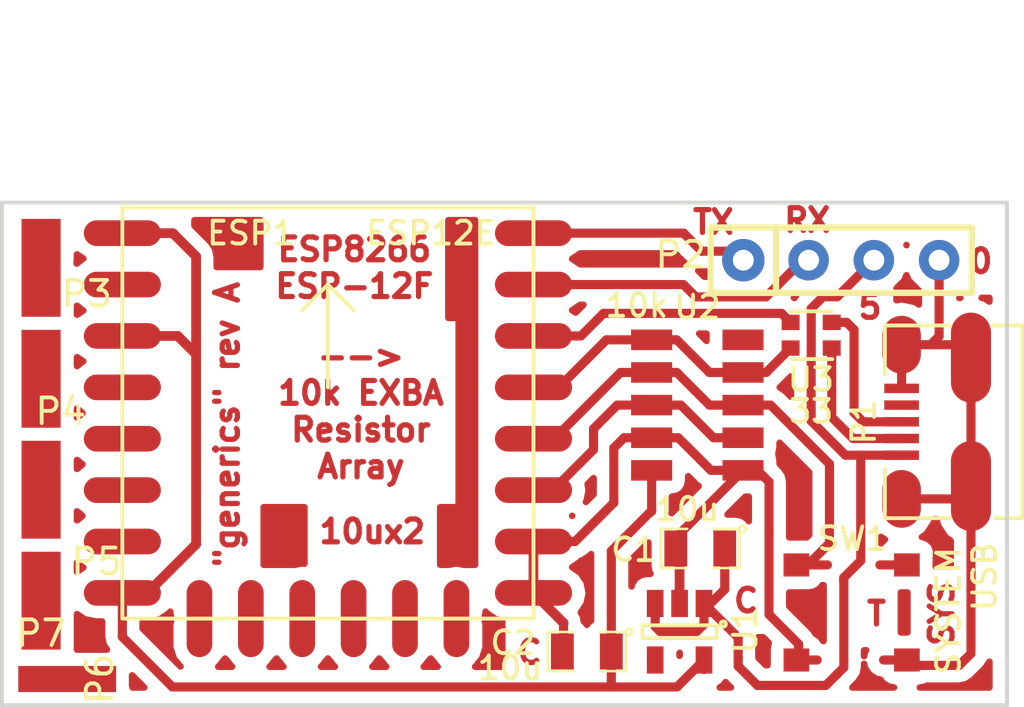
<source format=kicad_pcb>
(kicad_pcb (version 4) (host pcbnew 4.0.4+e1-6308~48~ubuntu16.04.1-stable)

  (general
    (links 36)
    (no_connects 1)
    (area 61.900999 41.072999 101.167001 60.781001)
    (thickness 1.6)
    (drawings 16)
    (tracks 148)
    (zones 0)
    (modules 14)
    (nets 12)
  )

  (page User 139.7 139.7)
  (title_block
    (title esp12f-generics)
    (date 2016-09-03)
    (rev A)
  )

  (layers
    (0 F.Cu signal)
    (31 B.Cu signal)
    (32 B.Adhes user)
    (33 F.Adhes user)
    (34 B.Paste user)
    (35 F.Paste user)
    (36 B.SilkS user)
    (37 F.SilkS user)
    (38 B.Mask user)
    (39 F.Mask user)
    (40 Dwgs.User user)
    (41 Cmts.User user)
    (42 Eco1.User user)
    (43 Eco2.User user)
    (44 Edge.Cuts user)
  )

  (setup
    (last_trace_width 0.3556)
    (trace_clearance 0.254)
    (zone_clearance 0.4826)
    (zone_45_only yes)
    (trace_min 0.254)
    (segment_width 0.2)
    (edge_width 0.15)
    (via_size 0.889)
    (via_drill 0.635)
    (via_min_size 0.889)
    (via_min_drill 0.508)
    (uvia_size 0.508)
    (uvia_drill 0.127)
    (uvias_allowed no)
    (uvia_min_size 0.508)
    (uvia_min_drill 0.127)
    (pcb_text_width 0.2032)
    (pcb_text_size 0.889 0.889)
    (mod_edge_width 0.15)
    (mod_text_size 0.889 0.889)
    (mod_text_width 0.15)
    (pad_size 0.3683 1.35)
    (pad_drill 0)
    (pad_to_mask_clearance 0.2)
    (aux_axis_origin 0 0)
    (visible_elements FFFFFFBF)
    (pcbplotparams
      (layerselection 0x00000_00000001)
      (usegerberextensions false)
      (excludeedgelayer false)
      (linewidth 0.100000)
      (plotframeref false)
      (viasonmask false)
      (mode 1)
      (useauxorigin false)
      (hpglpennumber 1)
      (hpglpenspeed 20)
      (hpglpendiameter 15)
      (hpglpenoverlay 2)
      (psnegative false)
      (psa4output false)
      (plotreference true)
      (plotvalue true)
      (plotinvisibletext false)
      (padsonsilk false)
      (subtractmaskfromsilk false)
      (outputformat 2)
      (mirror false)
      (drillshape 1)
      (scaleselection 1)
      (outputdirectory esp12f-generics))
  )

  (net 0 "")
  (net 1 +3.3V)
  (net 2 +5V)
  (net 3 GND)
  (net 4 G2)
  (net 5 G0)
  (net 6 D-)
  (net 7 D+)
  (net 8 "Net-(P1-Pad2)")
  (net 9 "Net-(P1-Pad3)")
  (net 10 RX)
  (net 11 TX)

  (net_class Default "This is the default net class."
    (clearance 0.254)
    (trace_width 0.3556)
    (via_dia 0.889)
    (via_drill 0.635)
    (uvia_dia 0.508)
    (uvia_drill 0.127)
    (add_net +3.3V)
    (add_net +5V)
    (add_net D+)
    (add_net D-)
    (add_net G0)
    (add_net G2)
    (add_net GND)
    (add_net "Net-(P1-Pad2)")
    (add_net "Net-(P1-Pad3)")
    (add_net RX)
    (add_net TX)
  )

  (module SM0805 (layer F.Cu) (tedit 57CB253B) (tstamp 56194CC7)
    (at 89.154 54.61 180)
    (path /56194F36)
    (attr smd)
    (fp_text reference C1 (at 2.5908 -0.0508 180) (layer F.SilkS)
      (effects (font (size 0.889 0.889) (thickness 0.15)))
    )
    (fp_text value 10u (at 0.508 1.524 360) (layer F.SilkS)
      (effects (font (size 0.889 0.889) (thickness 0.15)))
    )
    (fp_circle (center -1.651 0.762) (end -1.651 0.635) (layer F.SilkS) (width 0.09906))
    (fp_line (start -0.508 0.762) (end -1.524 0.762) (layer F.SilkS) (width 0.09906))
    (fp_line (start -1.524 0.762) (end -1.524 -0.762) (layer F.SilkS) (width 0.09906))
    (fp_line (start -1.524 -0.762) (end -0.508 -0.762) (layer F.SilkS) (width 0.09906))
    (fp_line (start 0.508 -0.762) (end 1.524 -0.762) (layer F.SilkS) (width 0.09906))
    (fp_line (start 1.524 -0.762) (end 1.524 0.762) (layer F.SilkS) (width 0.09906))
    (fp_line (start 1.524 0.762) (end 0.508 0.762) (layer F.SilkS) (width 0.09906))
    (pad 1 smd rect (at -0.9525 0 180) (size 0.889 1.397) (layers F.Cu F.Paste F.Mask)
      (net 2 +5V))
    (pad 2 smd rect (at 0.9525 0 180) (size 0.889 1.397) (layers F.Cu F.Paste F.Mask)
      (net 3 GND))
    (model smd/chip_cms.wrl
      (at (xyz 0 0 0))
      (scale (xyz 0.1 0.1 0.1))
      (rotate (xyz 0 0 0))
    )
  )

  (module SM0805 (layer F.Cu) (tedit 57CB1B2B) (tstamp 56194CD4)
    (at 84.74 58.62 180)
    (path /57CB2A6B)
    (attr smd)
    (fp_text reference C2 (at 2.88 0.34 180) (layer F.SilkS)
      (effects (font (size 0.889 0.889) (thickness 0.15)))
    )
    (fp_text value 10u (at 2.99 -0.64 180) (layer F.SilkS)
      (effects (font (size 0.889 0.889) (thickness 0.15)))
    )
    (fp_circle (center -1.651 0.762) (end -1.651 0.635) (layer F.SilkS) (width 0.09906))
    (fp_line (start -0.508 0.762) (end -1.524 0.762) (layer F.SilkS) (width 0.09906))
    (fp_line (start -1.524 0.762) (end -1.524 -0.762) (layer F.SilkS) (width 0.09906))
    (fp_line (start -1.524 -0.762) (end -0.508 -0.762) (layer F.SilkS) (width 0.09906))
    (fp_line (start 0.508 -0.762) (end 1.524 -0.762) (layer F.SilkS) (width 0.09906))
    (fp_line (start 1.524 -0.762) (end 1.524 0.762) (layer F.SilkS) (width 0.09906))
    (fp_line (start 1.524 0.762) (end 0.508 0.762) (layer F.SilkS) (width 0.09906))
    (pad 1 smd rect (at -0.9525 0 180) (size 0.889 1.397) (layers F.Cu F.Paste F.Mask)
      (net 1 +3.3V))
    (pad 2 smd rect (at 0.9525 0 180) (size 0.889 1.397) (layers F.Cu F.Paste F.Mask)
      (net 3 GND))
    (model smd/chip_cms.wrl
      (at (xyz 0 0 0))
      (scale (xyz 0.1 0.1 0.1))
      (rotate (xyz 0 0 0))
    )
  )

  (module EXB-A (layer F.Cu) (tedit 57CB1B81) (tstamp 56197883)
    (at 89.04 49.03)
    (path /56194CEA)
    (fp_text reference U2 (at 0 -3.81) (layer F.SilkS)
      (effects (font (size 0.889 0.889) (thickness 0.15)))
    )
    (fp_text value 10k (at -2.36 -3.88) (layer F.SilkS)
      (effects (font (size 0.889 0.889) (thickness 0.15)))
    )
    (pad 1 smd rect (at -1.778 -2.54 90) (size 0.8001 1.6002) (layers F.Cu F.Paste F.Mask)
      (net 6 D-))
    (pad 2 smd rect (at -1.778 -1.27 90) (size 0.8001 1.6002) (layers F.Cu F.Paste F.Mask)
      (net 5 G0))
    (pad 3 smd rect (at -1.778 0 90) (size 0.8001 1.6002) (layers F.Cu F.Paste F.Mask)
      (net 4 G2))
    (pad 4 smd rect (at -1.778 1.27 90) (size 0.8001 1.6002) (layers F.Cu F.Paste F.Mask)
      (net 3 GND))
    (pad 5 smd rect (at -1.778 2.54 90) (size 0.8001 1.6002) (layers F.Cu F.Paste F.Mask)
      (net 1 +3.3V))
    (pad 6 smd rect (at 1.778 2.54 90) (size 0.8001 1.6002) (layers F.Cu F.Paste F.Mask)
      (net 3 GND))
    (pad 7 smd rect (at 1.778 1.27 90) (size 0.8001 1.6002) (layers F.Cu F.Paste F.Mask)
      (net 4 G2))
    (pad 8 smd rect (at 1.778 0 90) (size 0.8001 1.6002) (layers F.Cu F.Paste F.Mask)
      (net 5 G0))
    (pad 9 smd rect (at 1.778 -1.27 90) (size 0.8001 1.6002) (layers F.Cu F.Paste F.Mask)
      (net 6 D-))
    (pad 10 smd rect (at 1.778 -2.54 90) (size 0.8001 1.6002) (layers F.Cu F.Paste F.Mask))
  )

  (module ESP12E (layer F.Cu) (tedit 560D9068) (tstamp 56194D17)
    (at 74.6633 45.339)
    (path /5619493D)
    (fp_text reference ESP1 (at -3 -3) (layer F.SilkS)
      (effects (font (size 0.889 0.889) (thickness 0.15)))
    )
    (fp_text value ESP12E (at 4 -3) (layer F.SilkS)
      (effects (font (size 0.889 0.889) (thickness 0.15)))
    )
    (fp_line (start 0 -1) (end -1 0) (layer F.SilkS) (width 0.15))
    (fp_line (start 0 -1) (end 1 0) (layer F.SilkS) (width 0.15))
    (fp_line (start 0 -1) (end 0 3) (layer F.SilkS) (width 0.15))
    (fp_line (start -8 12) (end -8 -4) (layer F.SilkS) (width 0.15))
    (fp_line (start -8 -4) (end 8 -4) (layer F.SilkS) (width 0.15))
    (fp_line (start 8 -4) (end 8 12) (layer F.SilkS) (width 0.15))
    (fp_line (start 8 -12) (end -8 -12) (layer Dwgs.User) (width 0.15))
    (fp_line (start -8 -12) (end -8 12) (layer Dwgs.User) (width 0.15))
    (fp_line (start -8 12) (end 8 12) (layer F.SilkS) (width 0.15))
    (fp_line (start 8 12) (end 8 -12) (layer Dwgs.User) (width 0.15))
    (pad 1 smd oval (at -8 -3) (size 3 1) (layers F.Cu F.Paste F.Mask)
      (net 1 +3.3V))
    (pad 2 smd oval (at -8 -1) (size 3 1) (layers F.Cu F.Paste F.Mask))
    (pad 3 smd oval (at -8 1) (size 3 1) (layers F.Cu F.Paste F.Mask)
      (net 1 +3.3V))
    (pad 4 smd oval (at -8 3) (size 3 1) (layers F.Cu F.Paste F.Mask))
    (pad 5 smd oval (at -8 5) (size 3 1) (layers F.Cu F.Paste F.Mask))
    (pad 6 smd oval (at -8 7) (size 3 1) (layers F.Cu F.Paste F.Mask))
    (pad 7 smd oval (at -8 9) (size 3 1) (layers F.Cu F.Paste F.Mask))
    (pad 8 smd oval (at -8 11) (size 3 1) (layers F.Cu F.Paste F.Mask)
      (net 1 +3.3V))
    (pad 9 smd oval (at -5 12 90) (size 3 1) (layers F.Cu F.Paste F.Mask))
    (pad 10 smd oval (at -3 12 90) (size 3 1) (layers F.Cu F.Paste F.Mask))
    (pad 11 smd oval (at -1 12 90) (size 3 1) (layers F.Cu F.Paste F.Mask))
    (pad 12 smd oval (at 1 12 90) (size 3 1) (layers F.Cu F.Paste F.Mask))
    (pad 13 smd oval (at 3 12 90) (size 3 1) (layers F.Cu F.Paste F.Mask))
    (pad 14 smd oval (at 5 12 90) (size 3 1) (layers F.Cu F.Paste F.Mask))
    (pad 15 smd oval (at 8 11 180) (size 3 1) (layers F.Cu F.Paste F.Mask)
      (net 3 GND))
    (pad 16 smd oval (at 8 9 180) (size 3 1) (layers F.Cu F.Paste F.Mask)
      (net 3 GND))
    (pad 17 smd oval (at 8 7 180) (size 3 1) (layers F.Cu F.Paste F.Mask)
      (net 4 G2))
    (pad 18 smd oval (at 8 5 180) (size 3 1) (layers F.Cu F.Paste F.Mask)
      (net 5 G0))
    (pad 19 smd oval (at 8 3 180) (size 3 1) (layers F.Cu F.Paste F.Mask)
      (net 6 D-))
    (pad 20 smd oval (at 8 1 180) (size 3 1) (layers F.Cu F.Paste F.Mask)
      (net 7 D+))
    (pad 21 smd oval (at 8 -1 180) (size 3 1) (layers F.Cu F.Paste F.Mask)
      (net 10 RX))
    (pad 22 smd oval (at 8 -3 180) (size 3 1) (layers F.Cu F.Paste F.Mask)
      (net 11 TX))
  )

  (module TACTILE (layer F.Cu) (tedit 57CB2305) (tstamp 57D3F7B1)
    (at 94.996 57.15)
    (path /57CB0FEA)
    (fp_text reference SW1 (at 0.08236 -2.91988) (layer F.SilkS)
      (effects (font (size 0.889 0.889) (thickness 0.15)))
    )
    (fp_text value SYSTEM (at 3.82 -0.11 90) (layer F.SilkS)
      (effects (font (size 0.889 0.889) (thickness 0.15)))
    )
    (pad 1 smd rect (at -2.1 -1.9) (size 1 0.9) (layers F.Cu F.Paste F.Mask)
      (net 5 G0))
    (pad 2 smd rect (at 2.2 -1.9) (size 1 0.9) (layers F.Cu F.Paste F.Mask))
    (pad 3 smd rect (at -2.1 1.8) (size 1 0.9) (layers F.Cu F.Paste F.Mask)
      (net 3 GND))
    (pad 4 smd rect (at 2.2 1.8) (size 1 0.9) (layers F.Cu F.Paste F.Mask)
      (net 3 GND))
  )

  (module USBMicroB-10118192-0001LF (layer F.Cu) (tedit 57CB295B) (tstamp 57D3F866)
    (at 99.69 49.68 90)
    (path /57CB1370)
    (fp_text reference P1 (at -0.00254 -4.17322 90) (layer F.SilkS)
      (effects (font (size 0.889 0.889) (thickness 0.15)))
    )
    (fp_text value USB (at -6.03 0.53 270) (layer F.SilkS)
      (effects (font (size 0.889 0.889) (thickness 0.15)))
    )
    (fp_line (start 1.85 -3.35) (end 3.75 -3.35) (layer F.SilkS) (width 0.15))
    (fp_line (start 3.75 -3.35) (end 3.75 -0.8) (layer F.SilkS) (width 0.15))
    (fp_line (start -3.75 -0.8) (end -3.75 -3.35) (layer F.SilkS) (width 0.15))
    (fp_line (start -3.75 -3.35) (end -1.85 -3.35) (layer F.SilkS) (width 0.15))
    (fp_line (start 3.75 2) (end 3.75 0.85) (layer F.SilkS) (width 0.15))
    (fp_line (start -3.75 2) (end -3.75 0.95) (layer F.SilkS) (width 0.15))
    (fp_line (start -2.35 2) (end -3.75 2) (layer F.SilkS) (width 0.15))
    (fp_line (start 2.35 2) (end 3.75 2) (layer F.SilkS) (width 0.15))
    (fp_line (start -2.35 2) (end 2.35 2) (layer F.SilkS) (width 0.15))
    (pad 1 smd rect (at -1.3 -2.7 90) (size 0.3683 1.35) (layers F.Cu F.Paste F.Mask)
      (net 2 +5V))
    (pad 2 smd rect (at -0.65 -2.7 90) (size 0.3683 1.35) (layers F.Cu F.Paste F.Mask)
      (net 8 "Net-(P1-Pad2)"))
    (pad 3 smd rect (at 0 -2.7 90) (size 0.3683 1.35) (layers F.Cu F.Paste F.Mask)
      (net 9 "Net-(P1-Pad3)"))
    (pad 4 smd rect (at 0.65 -2.7 90) (size 0.3683 1.35) (layers F.Cu F.Paste F.Mask))
    (pad 5 smd rect (at 1.3 -2.7 90) (size 0.3683 1.35) (layers F.Cu F.Paste F.Mask)
      (net 3 GND))
    (pad 6 smd oval (at 2.5 0 90) (size 3.5 1.56) (layers F.Cu F.Paste F.Mask)
      (net 3 GND))
    (pad 7 smd oval (at -2.5 0 90) (size 3.5 1.56) (layers F.Cu F.Paste F.Mask)
      (net 3 GND))
    (pad 8 smd oval (at 3 -2.7 90) (size 2.25 1.5) (layers F.Cu F.Paste F.Mask)
      (net 3 GND))
    (pad 9 smd oval (at -3 -2.7 90) (size 2.25 1.5) (layers F.Cu F.Paste F.Mask)
      (net 3 GND))
  )

  (module NETWORK0606 (layer F.Cu) (tedit 57CB252C) (tstamp 57D3F870)
    (at 93.47 46.31)
    (path /57CB1B5E)
    (fp_text reference U3 (at -0.01 1.73) (layer F.SilkS)
      (effects (font (size 0.889 0.889) (thickness 0.15)))
    )
    (fp_text value 33 (at 0.002 2.966 180) (layer F.SilkS)
      (effects (font (size 0.889 0.889) (thickness 0.15)))
    )
    (fp_line (start 0.8 -0.93) (end -0.8 -0.93) (layer F.SilkS) (width 0.15))
    (fp_line (start -0.78 0.93) (end 0.82 0.93) (layer F.SilkS) (width 0.15))
    (pad 1 smd rect (at -0.8 -0.5) (size 0.7 0.6) (layers F.Cu F.Paste F.Mask)
      (net 7 D+))
    (pad 2 smd rect (at 0.8 -0.5) (size 0.7 0.6) (layers F.Cu F.Paste F.Mask)
      (net 9 "Net-(P1-Pad3)"))
    (pad 3 smd rect (at -0.8 0.5) (size 0.7 0.6) (layers F.Cu F.Paste F.Mask)
      (net 6 D-))
    (pad 4 smd rect (at 0.8 0.5) (size 0.7 0.6) (layers F.Cu F.Paste F.Mask)
      (net 8 "Net-(P1-Pad2)"))
  )

  (module SOT-23-5 (layer F.Cu) (tedit 57CB1B1A) (tstamp 57D6DB8E)
    (at 88.35 57.85 270)
    (descr "5-pin SOT23 package")
    (tags SOT-23-5)
    (path /57CB1F9F)
    (attr smd)
    (fp_text reference U1 (at -0.05 -2.55 270) (layer F.SilkS)
      (effects (font (size 0.889 0.889) (thickness 0.15)))
    )
    (fp_text value MCP1824v3.3 (at -4.51 3.52 270) (layer F.Fab)
      (effects (font (size 0.889 0.889) (thickness 0.15)))
    )
    (fp_line (start -1.8 -1.6) (end 1.8 -1.6) (layer F.CrtYd) (width 0.05))
    (fp_line (start 1.8 -1.6) (end 1.8 1.6) (layer F.CrtYd) (width 0.05))
    (fp_line (start 1.8 1.6) (end -1.8 1.6) (layer F.CrtYd) (width 0.05))
    (fp_line (start -1.8 1.6) (end -1.8 -1.6) (layer F.CrtYd) (width 0.05))
    (fp_circle (center -0.3 -1.7) (end -0.2 -1.7) (layer F.SilkS) (width 0.15))
    (fp_line (start 0.25 -1.45) (end -0.25 -1.45) (layer F.SilkS) (width 0.15))
    (fp_line (start 0.25 1.45) (end 0.25 -1.45) (layer F.SilkS) (width 0.15))
    (fp_line (start -0.25 1.45) (end 0.25 1.45) (layer F.SilkS) (width 0.15))
    (fp_line (start -0.25 -1.45) (end -0.25 1.45) (layer F.SilkS) (width 0.15))
    (pad 1 smd rect (at -1.1 -0.95 270) (size 1.06 0.65) (layers F.Cu F.Paste F.Mask)
      (net 2 +5V))
    (pad 2 smd rect (at -1.1 0 270) (size 1.06 0.65) (layers F.Cu F.Paste F.Mask)
      (net 3 GND))
    (pad 3 smd rect (at -1.1 0.95 270) (size 1.06 0.65) (layers F.Cu F.Paste F.Mask)
      (net 2 +5V))
    (pad 4 smd rect (at 1.1 0.95 270) (size 1.06 0.65) (layers F.Cu F.Paste F.Mask))
    (pad 5 smd rect (at 1.1 -0.95 270) (size 1.06 0.65) (layers F.Cu F.Paste F.Mask)
      (net 1 +3.3V))
    (model TO_SOT_Packages_SMD.3dshapes/SOT-23-5.wrl
      (at (xyz 0 0 0))
      (scale (xyz 1 1 1))
      (rotate (xyz 0 0 0))
    )
  )

  (module SIL-4 (layer F.Cu) (tedit 57CB98AC) (tstamp 57E19BE4)
    (at 94.64 43.39)
    (path /57CB39A5)
    (fp_text reference P2 (at -6.248 -0.21 180) (layer F.SilkS)
      (effects (font (size 1 1) (thickness 0.15)))
    )
    (fp_text value PGM (at 2.34736 -3.04972) (layer F.Fab)
      (effects (font (size 1 1) (thickness 0.15)))
    )
    (fp_line (start -2.54 -1.27) (end -2.54 1.27) (layer F.SilkS) (width 0.25))
    (fp_line (start -5.08 -1.27) (end -5.08 1.27) (layer F.SilkS) (width 0.25))
    (fp_line (start -5.08 1.27) (end 5.08 1.27) (layer F.SilkS) (width 0.25))
    (fp_line (start 5.08 1.27) (end 5.08 -1.27) (layer F.SilkS) (width 0.25))
    (fp_line (start 5.08 -1.27) (end -5.08 -1.27) (layer F.SilkS) (width 0.25))
    (pad 1 thru_hole circle (at -3.81 0) (size 1.651 1.651) (drill 0.8128) (layers *.Cu *.Mask)
      (net 11 TX))
    (pad 2 thru_hole circle (at -1.27 0) (size 1.5748 1.5748) (drill 0.8128) (layers *.Cu *.Mask)
      (net 10 RX))
    (pad 3 thru_hole circle (at 1.27 0) (size 1.5748 1.5748) (drill 0.8128) (layers *.Cu *.Mask)
      (net 2 +5V))
    (pad 4 thru_hole circle (at 3.81 0) (size 1.5748 1.5748) (drill 0.8128) (layers *.Cu *.Mask)
      (net 3 GND))
  )

  (module SMTPIN (layer F.Cu) (tedit 57CB27D1) (tstamp 57E47E9D)
    (at 63.5 43.688)
    (path /57CB3A41)
    (fp_text reference P3 (at 1.778 1.016) (layer F.SilkS)
      (effects (font (size 1 1) (thickness 0.15)))
    )
    (fp_text value DUMMY (at -3.048 -3.556 90) (layer F.Fab)
      (effects (font (size 1 1) (thickness 0.15)))
    )
    (pad 1 smd rect (at 0 0) (size 1.524 3.81) (layers F.Cu F.Paste F.Mask))
  )

  (module SMTPIN (layer F.Cu) (tedit 57CB27CE) (tstamp 57E47EA2)
    (at 63.5 48.006)
    (path /57CB3B01)
    (fp_text reference P4 (at 0.762 1.27) (layer F.SilkS)
      (effects (font (size 1 1) (thickness 0.15)))
    )
    (fp_text value DUMMY (at -3.048 -2.794 90) (layer F.Fab)
      (effects (font (size 1 1) (thickness 0.15)))
    )
    (pad 1 smd rect (at 0 0) (size 1.524 3.81) (layers F.Cu F.Paste F.Mask))
  )

  (module SMTPIN (layer F.Cu) (tedit 57CB27CB) (tstamp 57E47EA7)
    (at 63.5 52.324)
    (path /57CB3B36)
    (fp_text reference P5 (at 2.159 2.794) (layer F.SilkS)
      (effects (font (size 1 1) (thickness 0.15)))
    )
    (fp_text value DUMMY (at -2.54 -2.032 90) (layer F.Fab)
      (effects (font (size 1 1) (thickness 0.15)))
    )
    (pad 1 smd rect (at 0 0) (size 1.524 3.81) (layers F.Cu F.Paste F.Mask))
  )

  (module SMTPIN (layer F.Cu) (tedit 57CB27D6) (tstamp 57E4802B)
    (at 64.516 59.69 90)
    (path /57CB46CB)
    (fp_text reference P6 (at 0 1.27 90) (layer F.SilkS)
      (effects (font (size 1 1) (thickness 0.15)))
    )
    (fp_text value DUMMY (at -2.286 -0.254 180) (layer F.Fab)
      (effects (font (size 1 1) (thickness 0.15)))
    )
    (pad 1 smd rect (at 0 0 90) (size 1.016 3.81) (layers F.Cu F.Paste F.Mask))
  )

  (module SMTPIN (layer F.Cu) (tedit 57CB27C8) (tstamp 57E48030)
    (at 63.5 56.642)
    (path /57CB4717)
    (fp_text reference P7 (at 0 1.27) (layer F.SilkS)
      (effects (font (size 1 1) (thickness 0.15)))
    )
    (fp_text value DUMMY (at -2.54 -1.016 90) (layer F.Fab)
      (effects (font (size 1 1) (thickness 0.15)))
    )
    (pad 1 smd rect (at 0 0) (size 1.524 3.81) (layers F.Cu F.Paste F.Mask))
  )

  (gr_line (start 101.092 41.148) (end 101.092 60.706) (angle 90) (layer Edge.Cuts) (width 0.15))
  (gr_line (start 61.976 60.706) (end 61.976 41.148) (angle 90) (layer Edge.Cuts) (width 0.15))
  (gr_text T (at 96.012 57.15) (layer F.Cu)
    (effects (font (size 0.889 0.889) (thickness 0.2032)))
  )
  (gr_text C (at 82.50682 58.64606) (layer F.Cu)
    (effects (font (size 0.889 0.889) (thickness 0.2032)))
  )
  (gr_text C (at 90.932 56.642) (layer F.Cu)
    (effects (font (size 0.889 0.889) (thickness 0.2032)))
  )
  (gr_text SYS (at 98.552 57.15 90) (layer F.Cu)
    (effects (font (size 0.889 0.889) (thickness 0.2032)))
  )
  (gr_text TX (at 89.662 41.91) (layer F.Cu)
    (effects (font (size 0.889 0.889) (thickness 0.2032)))
  )
  (gr_text 5 (at 95.758 45.212) (layer F.Cu)
    (effects (font (size 0.889 0.889) (thickness 0.2032)))
  )
  (gr_text RX (at 93.31452 41.8338) (layer F.Cu)
    (effects (font (size 0.889 0.889) (thickness 0.2032)))
  )
  (gr_text 0 (at 100.076 43.434) (layer F.Cu)
    (effects (font (size 0.889 0.889) (thickness 0.2032)))
  )
  (gr_line (start 101.092 60.706) (end 61.976 60.706) (angle 90) (layer Edge.Cuts) (width 0.15))
  (gr_line (start 61.976 41.148) (end 101.092 41.148) (angle 90) (layer Edge.Cuts) (width 0.15))
  (gr_text "\"generics\" rev A" (at 70.74 49.79 90) (layer F.Cu)
    (effects (font (size 0.889 0.889) (thickness 0.2032)))
  )
  (gr_text 10ux2 (at 76.39 53.95) (layer F.Cu)
    (effects (font (size 0.889 0.889) (thickness 0.2032)))
  )
  (gr_text "-->\n10k EXBA\nResistor\nArray" (at 75.946 49.276) (layer F.Cu)
    (effects (font (size 0.889 0.889) (thickness 0.2032)))
  )
  (gr_text "ESP8266\nESP-12F" (at 75.692 43.688) (layer F.Cu)
    (effects (font (size 0.889 0.889) (thickness 0.2032)))
  )

  (segment (start 97.196 55.25) (end 96.144 55.25) (width 0.3556) (layer F.Cu) (net 0))
  (segment (start 85.6925 58.62) (end 85.6925 60) (width 0.3556) (layer F.Cu) (net 1))
  (segment (start 85.7 59.9) (end 85.7 60) (width 0.3556) (layer F.Cu) (net 1) (tstamp 57D6DD53))
  (segment (start 85.7 59.9925) (end 85.7 59.9) (width 0.3556) (layer F.Cu) (net 1) (tstamp 57D6DD52))
  (segment (start 85.6925 60) (end 85.7 59.9925) (width 0.3556) (layer F.Cu) (net 1) (tstamp 57D6DD51))
  (segment (start 89.3 58.95) (end 88.25 60) (width 0.3556) (layer F.Cu) (net 1))
  (segment (start 88.25 60) (end 85.7 60) (width 0.3556) (layer F.Cu) (net 1) (tstamp 57D6DD4A))
  (segment (start 66.6633 58.0533) (end 66.6633 56.339) (width 0.3556) (layer F.Cu) (net 1) (tstamp 57D6DD4D))
  (segment (start 85.7 60) (end 68.61 60) (width 0.3556) (layer F.Cu) (net 1) (tstamp 57D6DD54))
  (segment (start 68.61 60) (end 66.6633 58.0533) (width 0.3556) (layer F.Cu) (net 1) (tstamp 57D6DD4B))
  (segment (start 85.6925 58.62) (end 85.6925 54.7075) (width 0.3556) (layer F.Cu) (net 1))
  (segment (start 85.6925 54.7075) (end 87.262 53.138) (width 0.3556) (layer F.Cu) (net 1) (tstamp 57D6DD42))
  (segment (start 87.262 51.57) (end 87.262 53.138) (width 0.3556) (layer F.Cu) (net 1))
  (segment (start 87.262 53.138) (end 87.262 53.168) (width 0.3556) (layer F.Cu) (net 1) (tstamp 57D6DD46))
  (segment (start 89.3 58.95) (end 89.3 59.32) (width 0.3556) (layer F.Cu) (net 1))
  (segment (start 66.6633 42.339) (end 68.628 42.339) (width 0.381) (layer F.Cu) (net 1))
  (segment (start 69.5325 43.2435) (end 69.5325 47.0535) (width 0.381) (layer F.Cu) (net 1) (tstamp 56197853))
  (segment (start 68.628 42.339) (end 69.5325 43.2435) (width 0.381) (layer F.Cu) (net 1) (tstamp 56197852))
  (segment (start 66.6633 56.339) (end 67.6384 56.339) (width 0.381) (layer F.Cu) (net 1))
  (segment (start 68.818 46.339) (end 66.6633 46.339) (width 0.381) (layer F.Cu) (net 1) (tstamp 5619784F))
  (segment (start 69.5325 47.0535) (end 68.818 46.339) (width 0.381) (layer F.Cu) (net 1) (tstamp 5619784E))
  (segment (start 69.5325 54.4449) (end 69.5325 47.0535) (width 0.381) (layer F.Cu) (net 1) (tstamp 5619784C))
  (segment (start 67.6384 56.339) (end 69.5325 54.4449) (width 0.381) (layer F.Cu) (net 1) (tstamp 5619784B))
  (segment (start 93.47 47.5) (end 93.472 47.498) (width 0.3556) (layer F.Cu) (net 2))
  (segment (start 94.80262 50.98) (end 93.47 49.64738) (width 0.3556) (layer F.Cu) (net 2) (tstamp 57E47F08))
  (segment (start 93.47 49.64738) (end 93.47 47.5) (width 0.3556) (layer F.Cu) (net 2) (tstamp 57E47F09))
  (segment (start 95.4 50.98) (end 94.80262 50.98) (width 0.3556) (layer F.Cu) (net 2))
  (segment (start 94.85 44.45) (end 95.91 43.39) (width 0.3556) (layer F.Cu) (net 2) (tstamp 57CB982F))
  (segment (start 94.48678 44.81322) (end 94.85 44.45) (width 0.3556) (layer F.Cu) (net 2) (tstamp 57CB9846))
  (segment (start 93.93174 44.81322) (end 94.48678 44.81322) (width 0.3556) (layer F.Cu) (net 2) (tstamp 57CB9843))
  (segment (start 93.472 45.27296) (end 93.93174 44.81322) (width 0.3556) (layer F.Cu) (net 2) (tstamp 57CB9840))
  (segment (start 93.472 47.498) (end 93.472 45.27296) (width 0.3556) (layer F.Cu) (net 2) (tstamp 57CB983D))
  (segment (start 94.488 59.492) (end 94.742 59.238) (width 0.3556) (layer F.Cu) (net 2))
  (segment (start 94.742 59.238) (end 94.742 55.74284) (width 0.3556) (layer F.Cu) (net 2) (tstamp 57E48084))
  (segment (start 94.742 55.74284) (end 94.742 55.88) (width 0.3556) (layer F.Cu) (net 2) (tstamp 57E48085))
  (segment (start 94.742 55.88) (end 94.742 55.74284) (width 0.3556) (layer F.Cu) (net 2) (tstamp 57E48087))
  (segment (start 89.3 56.75) (end 89.554 56.75) (width 0.3556) (layer F.Cu) (net 2))
  (segment (start 89.554 56.75) (end 90.1065 56.1975) (width 0.3556) (layer F.Cu) (net 2) (tstamp 57E47FB4))
  (segment (start 90.1065 56.1975) (end 90.1065 54.61) (width 0.3556) (layer F.Cu) (net 2) (tstamp 57E47FB5))
  (segment (start 95.4 50.98) (end 96.99 50.98) (width 0.3556) (layer F.Cu) (net 2))
  (segment (start 95.4 55.08484) (end 95.4 50.98) (width 0.3556) (layer F.Cu) (net 2) (tstamp 57E47F05))
  (segment (start 94.742 55.74284) (end 95.4 55.08484) (width 0.3556) (layer F.Cu) (net 2) (tstamp 57E48088))
  (segment (start 90.63 58.85) (end 90.63 59.19) (width 0.3556) (layer F.Cu) (net 2))
  (segment (start 94.04 59.94) (end 94.488 59.492) (width 0.3556) (layer F.Cu) (net 2) (tstamp 57D6DD76))
  (segment (start 94.488 59.492) (end 94.51 59.47) (width 0.3556) (layer F.Cu) (net 2) (tstamp 57E48082))
  (segment (start 91.38 59.94) (end 94.04 59.94) (width 0.3556) (layer F.Cu) (net 2) (tstamp 57D6DD75))
  (segment (start 90.63 59.19) (end 91.38 59.94) (width 0.3556) (layer F.Cu) (net 2) (tstamp 57D6DD74))
  (segment (start 90.63 58.08) (end 89.3 56.75) (width 0.3556) (layer F.Cu) (net 2) (tstamp 57D6DD0D))
  (segment (start 90.63 58.87) (end 90.63 58.85) (width 0.3556) (layer F.Cu) (net 2) (tstamp 57D6DD0C))
  (segment (start 90.63 58.85) (end 90.63 58.08) (width 0.3556) (layer F.Cu) (net 2) (tstamp 57D6DD72))
  (segment (start 89.3 56.75) (end 89.3 57.56) (width 0.3556) (layer F.Cu) (net 2))
  (segment (start 89.3 57.56) (end 89.02 57.84) (width 0.3556) (layer F.Cu) (net 2) (tstamp 57D6DBE3))
  (segment (start 89.02 57.84) (end 87.59 57.84) (width 0.3556) (layer F.Cu) (net 2) (tstamp 57D6DBE4))
  (segment (start 87.59 57.84) (end 87.4 57.65) (width 0.3556) (layer F.Cu) (net 2) (tstamp 57D6DBE5))
  (segment (start 87.4 57.65) (end 87.4 56.75) (width 0.3556) (layer F.Cu) (net 2) (tstamp 57D6DBE6))
  (segment (start 91.83 53.91658) (end 91.83 52.01804) (width 0.3556) (layer F.Cu) (net 3))
  (segment (start 91.83 52.01804) (end 91.38196 51.57) (width 0.3556) (layer F.Cu) (net 3) (tstamp 57CB98C2))
  (segment (start 91.38196 51.57) (end 90.818 51.57) (width 0.3556) (layer F.Cu) (net 3) (tstamp 57CB98C8))
  (segment (start 92.896 58.95) (end 93.704 58.95) (width 0.3556) (layer F.Cu) (net 3))
  (segment (start 97.196 58.95) (end 96.288 58.95) (width 0.3556) (layer F.Cu) (net 3))
  (segment (start 88.2015 54.61) (end 88.2015 54.1865) (width 0.3556) (layer F.Cu) (net 3))
  (segment (start 88.2015 54.1865) (end 90.818 51.57) (width 0.3556) (layer F.Cu) (net 3) (tstamp 57E47FB0))
  (segment (start 92.98 58.33) (end 91.83 57.18) (width 0.3556) (layer F.Cu) (net 3) (tstamp 57D6DD10))
  (segment (start 92.98 58.33) (end 92.98 59.16) (width 0.3556) (layer F.Cu) (net 3))
  (segment (start 91.83 53.984) (end 91.83 53.91658) (width 0.3556) (layer F.Cu) (net 3) (tstamp 57E47ECF))
  (segment (start 91.83 53.91658) (end 91.83 54.102) (width 0.3556) (layer F.Cu) (net 3) (tstamp 57CB98C0))
  (segment (start 91.83 54.102) (end 91.83 57.18) (width 0.3556) (layer F.Cu) (net 3) (tstamp 57E47EE1))
  (segment (start 98.45 43.39) (end 98.45 46.35) (width 0.3556) (layer F.Cu) (net 3))
  (segment (start 98.45 46.35) (end 98.12 46.68) (width 0.3556) (layer F.Cu) (net 3) (tstamp 57E19CE2))
  (segment (start 83.8327 57.53) (end 83.8327 58.5748) (width 0.3556) (layer F.Cu) (net 3))
  (segment (start 83.8327 58.5748) (end 83.7875 58.62) (width 0.3556) (layer F.Cu) (net 3) (tstamp 57D6DD3E))
  (segment (start 97.28 59.16) (end 99.23 59.16) (width 0.3556) (layer F.Cu) (net 3))
  (segment (start 99.69 58.7) (end 99.69 52.18) (width 0.3556) (layer F.Cu) (net 3) (tstamp 57D6DCFF))
  (segment (start 99.23 59.16) (end 99.69 58.7) (width 0.3556) (layer F.Cu) (net 3) (tstamp 57D6DCFD))
  (segment (start 90.818 51.57) (end 90.99 51.57) (width 0.3556) (layer F.Cu) (net 3))
  (segment (start 87.262 50.3) (end 88.3 50.3) (width 0.3556) (layer F.Cu) (net 3))
  (segment (start 89.57 51.57) (end 90.818 51.57) (width 0.3556) (layer F.Cu) (net 3) (tstamp 57D6DCB7))
  (segment (start 88.3 50.3) (end 89.57 51.57) (width 0.3556) (layer F.Cu) (net 3) (tstamp 57D6DCB6))
  (segment (start 87.262 50.3) (end 86.19 50.3) (width 0.3556) (layer F.Cu) (net 3))
  (segment (start 84.281 54.339) (end 82.6633 54.339) (width 0.3556) (layer F.Cu) (net 3) (tstamp 57D6DC9B))
  (segment (start 85.79 52.83) (end 84.281 54.339) (width 0.3556) (layer F.Cu) (net 3) (tstamp 57D6DC9A))
  (segment (start 85.79 50.7) (end 85.79 52.83) (width 0.3556) (layer F.Cu) (net 3) (tstamp 57D6DC99))
  (segment (start 86.19 50.3) (end 85.79 50.7) (width 0.3556) (layer F.Cu) (net 3) (tstamp 57D6DC98))
  (segment (start 96.99 52.68) (end 99.19 52.68) (width 0.3556) (layer F.Cu) (net 3))
  (segment (start 99.19 52.68) (end 99.69 52.18) (width 0.3556) (layer F.Cu) (net 3) (tstamp 57D6DC80))
  (segment (start 99.69 47.18) (end 99.69 52.18) (width 0.3556) (layer F.Cu) (net 3))
  (segment (start 96.99 48.38) (end 96.99 46.68) (width 0.3556) (layer F.Cu) (net 3))
  (segment (start 96.99 46.68) (end 98.12 46.68) (width 0.3556) (layer F.Cu) (net 3))
  (segment (start 98.12 46.68) (end 99.19 46.68) (width 0.3556) (layer F.Cu) (net 3) (tstamp 57E19CE5))
  (segment (start 99.19 46.68) (end 99.69 47.18) (width 0.3556) (layer F.Cu) (net 3) (tstamp 57D6DC75))
  (segment (start 88.35 56.75) (end 88.35 55.0075) (width 0.381) (layer F.Cu) (net 3))
  (segment (start 82.6633 56.339) (end 82.6633 54.339) (width 0.381) (layer F.Cu) (net 3))
  (segment (start 83.8327 57.53) (end 83.8327 57.5084) (width 0.381) (layer F.Cu) (net 3) (tstamp 57D6DD3C))
  (segment (start 83.8327 57.5084) (end 82.6633 56.339) (width 0.381) (layer F.Cu) (net 3) (tstamp 56197969))
  (segment (start 90.818 50.3) (end 89.67 50.3) (width 0.3556) (layer F.Cu) (net 4))
  (segment (start 88.4 49.03) (end 87.262 49.03) (width 0.3556) (layer F.Cu) (net 4) (tstamp 57E481AA))
  (segment (start 89.67 50.3) (end 88.4 49.03) (width 0.3556) (layer F.Cu) (net 4) (tstamp 57E481A9))
  (segment (start 82.6633 52.339) (end 83.421 52.339) (width 0.3556) (layer F.Cu) (net 4))
  (segment (start 83.421 52.339) (end 85 50.76) (width 0.3556) (layer F.Cu) (net 4) (tstamp 57D6DC43))
  (segment (start 85.92 49.03) (end 87.262 49.03) (width 0.3556) (layer F.Cu) (net 4) (tstamp 57D6DC46))
  (segment (start 85 49.95) (end 85.92 49.03) (width 0.3556) (layer F.Cu) (net 4) (tstamp 57D6DC45))
  (segment (start 85 50.76) (end 85 49.95) (width 0.3556) (layer F.Cu) (net 4) (tstamp 57D6DC44))
  (segment (start 92.896 55.25) (end 94.102 55.25) (width 0.3556) (layer F.Cu) (net 5))
  (segment (start 90.818 49.03) (end 91.88996 49.03) (width 0.3556) (layer F.Cu) (net 5))
  (segment (start 94.1832 51.32324) (end 94.1832 54.4068) (width 0.3556) (layer F.Cu) (net 5) (tstamp 57E47EFD))
  (segment (start 91.88996 49.03) (end 94.1832 51.32324) (width 0.3556) (layer F.Cu) (net 5) (tstamp 57E47EFC))
  (segment (start 92.9 55.32) (end 93.27 55.32) (width 0.3556) (layer F.Cu) (net 5))
  (segment (start 93.27 55.32) (end 94.1832 54.4068) (width 0.3556) (layer F.Cu) (net 5) (tstamp 57E47EF0))
  (segment (start 87.262 47.76) (end 88.24 47.76) (width 0.3556) (layer F.Cu) (net 5))
  (segment (start 89.51 49.03) (end 90.818 49.03) (width 0.3556) (layer F.Cu) (net 5) (tstamp 57D6DCAE))
  (segment (start 88.24 47.76) (end 89.51 49.03) (width 0.3556) (layer F.Cu) (net 5) (tstamp 57D6DCAD))
  (segment (start 82.6633 50.339) (end 83.471 50.339) (width 0.3556) (layer F.Cu) (net 5))
  (segment (start 83.471 50.339) (end 86.05 47.76) (width 0.3556) (layer F.Cu) (net 5) (tstamp 57D6DC49))
  (segment (start 86.05 47.76) (end 87.262 47.76) (width 0.3556) (layer F.Cu) (net 5) (tstamp 57D6DC4A))
  (segment (start 83.1888 50.339) (end 82.6633 50.339) (width 0.381) (layer F.Cu) (net 5) (tstamp 561978F9))
  (segment (start 87.262 46.49) (end 88.24 46.49) (width 0.3556) (layer F.Cu) (net 6))
  (segment (start 89.51 47.76) (end 90.818 47.76) (width 0.3556) (layer F.Cu) (net 6) (tstamp 57D6DCAA))
  (segment (start 88.24 46.49) (end 89.51 47.76) (width 0.3556) (layer F.Cu) (net 6) (tstamp 57D6DCA9))
  (segment (start 90.818 47.76) (end 91.72 47.76) (width 0.3556) (layer F.Cu) (net 6))
  (segment (start 91.72 47.76) (end 92.67 46.81) (width 0.3556) (layer F.Cu) (net 6) (tstamp 57D6DC5D))
  (segment (start 82.6633 48.339) (end 83.651 48.339) (width 0.3556) (layer F.Cu) (net 6))
  (segment (start 83.651 48.339) (end 85.5 46.49) (width 0.3556) (layer F.Cu) (net 6) (tstamp 57D6DC4D))
  (segment (start 85.5 46.49) (end 87.262 46.49) (width 0.3556) (layer F.Cu) (net 6) (tstamp 57D6DC4E))
  (segment (start 83.33968 48.339) (end 82.6633 48.339) (width 0.381) (layer F.Cu) (net 6) (tstamp 561978F3))
  (segment (start 82.6633 46.339) (end 84.511 46.339) (width 0.3556) (layer F.Cu) (net 7))
  (segment (start 92.32 45.46) (end 92.67 45.81) (width 0.3556) (layer F.Cu) (net 7) (tstamp 57D6DC67))
  (segment (start 85.39 45.46) (end 92.32 45.46) (width 0.3556) (layer F.Cu) (net 7) (tstamp 57D6DC66))
  (segment (start 84.511 46.339) (end 85.39 45.46) (width 0.3556) (layer F.Cu) (net 7) (tstamp 57D6DC65))
  (segment (start 83.61502 46.339) (end 82.6633 46.339) (width 0.381) (layer F.Cu) (net 7) (tstamp 561978EF))
  (segment (start 96.99 50.33) (end 95.1 50.33) (width 0.3556) (layer F.Cu) (net 8))
  (segment (start 94.27 49.5) (end 94.27 46.81) (width 0.3556) (layer F.Cu) (net 8) (tstamp 57D6DC6C))
  (segment (start 95.1 50.33) (end 94.27 49.5) (width 0.3556) (layer F.Cu) (net 8) (tstamp 57D6DC6B))
  (segment (start 96.99 49.68) (end 95.49 49.68) (width 0.3556) (layer F.Cu) (net 9))
  (segment (start 94.85 45.81) (end 94.27 45.81) (width 0.3556) (layer F.Cu) (net 9) (tstamp 57D6DC72))
  (segment (start 95.14 46.1) (end 94.85 45.81) (width 0.3556) (layer F.Cu) (net 9) (tstamp 57D6DC71))
  (segment (start 95.14 49.33) (end 95.14 46.1) (width 0.3556) (layer F.Cu) (net 9) (tstamp 57D6DC70))
  (segment (start 95.49 49.68) (end 95.14 49.33) (width 0.3556) (layer F.Cu) (net 9) (tstamp 57D6DC6F))
  (segment (start 92.202 44.328) (end 93.14 43.39) (width 0.3556) (layer F.Cu) (net 10))
  (segment (start 93.14 43.39) (end 93.37 43.39) (width 0.3556) (layer F.Cu) (net 10) (tstamp 57CB9826))
  (segment (start 91.71 44.82) (end 92.202 44.328) (width 0.3556) (layer F.Cu) (net 10) (tstamp 57E19CD7))
  (segment (start 92.202 44.328) (end 92.12 44.41) (width 0.3556) (layer F.Cu) (net 10) (tstamp 57CB9824))
  (segment (start 88.98 44.82) (end 91.71 44.82) (width 0.3556) (layer F.Cu) (net 10) (tstamp 57E19CD6))
  (segment (start 82.6633 44.339) (end 88.499 44.339) (width 0.3556) (layer F.Cu) (net 10))
  (segment (start 88.499 44.339) (end 88.98 44.82) (width 0.3556) (layer F.Cu) (net 10) (tstamp 57E19CD5))
  (segment (start 90.82 43.04) (end 89.21 43.04) (width 0.3556) (layer F.Cu) (net 11))
  (segment (start 88.509 42.339) (end 82.6633 42.339) (width 0.3556) (layer F.Cu) (net 11) (tstamp 57E19CBD))
  (segment (start 89.21 43.04) (end 88.509 42.339) (width 0.3556) (layer F.Cu) (net 11) (tstamp 57E19CBC))
  (segment (start 82.79512 42.20718) (end 82.6633 42.339) (width 0.381) (layer F.Cu) (net 11) (tstamp 561978D0))

  (zone (net 0) (net_name "") (layer F.Cu) (tstamp 57E4807A) (hatch edge 0.508)
    (connect_pads (clearance 0.4826))
    (min_thickness 0.254)
    (fill yes (arc_segments 16) (thermal_gap 0.508) (thermal_bridge_width 0.508))
    (polygon
      (pts
        (xy 61.976 41.148) (xy 101.092 41.148) (xy 101.092 60.706) (xy 61.976 60.706)
      )
    )
    (filled_polygon
      (pts
        (xy 95.560537 59.251325) (xy 95.731224 59.506776) (xy 95.986675 59.677463) (xy 96.174137 59.714751) (xy 96.250474 59.833383)
        (xy 96.454185 59.972573) (xy 96.695299 60.0214) (xy 95.072152 60.0214) (xy 95.298776 59.794776) (xy 95.469463 59.539325)
        (xy 95.5294 59.238) (xy 95.5294 59.094788)
      )
    )
    (filled_polygon
      (pts
        (xy 100.4074 60.0214) (xy 97.696755 60.0214) (xy 97.921904 59.979035) (xy 97.971066 59.9474) (xy 99.23 59.9474)
        (xy 99.531325 59.887463) (xy 99.786776 59.716776) (xy 100.246776 59.256776) (xy 100.4074 59.016385)
      )
    )
    (filled_polygon
      (pts
        (xy 67.517848 60.0214) (xy 67.056 60.0214) (xy 67.056 59.97575) (xy 67.042542 59.962292) (xy 67.042542 59.546094)
      )
    )
    (filled_polygon
      (pts
        (xy 90.347848 60.0214) (xy 89.90939 60.0214) (xy 90.058383 59.925526) (xy 90.136965 59.810517)
      )
    )
    (filled_polygon
      (pts
        (xy 70.818215 59.074423) (xy 70.878694 59.164936) (xy 70.914955 59.189165) (xy 70.934714 59.2126) (xy 70.391886 59.2126)
        (xy 70.411645 59.189165) (xy 70.447906 59.164936) (xy 70.508385 59.074423) (xy 70.6633 58.89068)
      )
    )
    (filled_polygon
      (pts
        (xy 72.818215 59.074423) (xy 72.878694 59.164936) (xy 72.914955 59.189165) (xy 72.934714 59.2126) (xy 72.391886 59.2126)
        (xy 72.411645 59.189165) (xy 72.447906 59.164936) (xy 72.508385 59.074423) (xy 72.6633 58.89068)
      )
    )
    (filled_polygon
      (pts
        (xy 74.818215 59.074423) (xy 74.878694 59.164936) (xy 74.914955 59.189165) (xy 74.934714 59.2126) (xy 74.391886 59.2126)
        (xy 74.411645 59.189165) (xy 74.447906 59.164936) (xy 74.508385 59.074423) (xy 74.6633 58.89068)
      )
    )
    (filled_polygon
      (pts
        (xy 76.818215 59.074423) (xy 76.878694 59.164936) (xy 76.914955 59.189165) (xy 76.934714 59.2126) (xy 76.391886 59.2126)
        (xy 76.411645 59.189165) (xy 76.447906 59.164936) (xy 76.508385 59.074423) (xy 76.6633 58.89068)
      )
    )
    (filled_polygon
      (pts
        (xy 78.818215 59.074423) (xy 78.878694 59.164936) (xy 78.914955 59.189165) (xy 78.934714 59.2126) (xy 78.391886 59.2126)
        (xy 78.411645 59.189165) (xy 78.447906 59.164936) (xy 78.508385 59.074423) (xy 78.6633 58.89068)
      )
    )
    (filled_polygon
      (pts
        (xy 80.837364 57.123606) (xy 81.197344 57.364137) (xy 81.45272 57.414934) (xy 81.45272 59.2126) (xy 80.391886 59.2126)
        (xy 80.411645 59.189165) (xy 80.447906 59.164936) (xy 80.508385 59.074423) (xy 80.663302 58.890678) (xy 80.7983 58.466)
        (xy 80.7983 57.466) (xy 80.7729 57.466) (xy 80.7729 57.212) (xy 80.7983 57.212) (xy 80.7983 57.065143)
      )
    )
    (filled_polygon
      (pts
        (xy 68.914955 59.189165) (xy 68.926983 59.203431) (xy 68.90821 59.184658)
      )
    )
    (filled_polygon
      (pts
        (xy 91.818578 58.28213) (xy 91.774458 58.5) (xy 91.774458 59.1526) (xy 91.706152 59.1526) (xy 91.4174 58.863848)
        (xy 91.4174 58.08) (xy 91.414297 58.0644) (xy 91.600848 58.0644)
      )
    )
    (filled_polygon
      (pts
        (xy 68.5283 57.212) (xy 68.5537 57.212) (xy 68.5537 57.466) (xy 68.5283 57.466) (xy 68.5283 58.466)
        (xy 68.663298 58.890678) (xy 68.818215 59.074423) (xy 68.858972 59.13542) (xy 67.4507 57.727148) (xy 67.4507 57.4486)
        (xy 67.70463 57.4486) (xy 68.129256 57.364137) (xy 68.489236 57.123606) (xy 68.5283 57.065143)
      )
    )
    (filled_polygon
      (pts
        (xy 95.560537 58.648675) (xy 95.5294 58.805212) (xy 95.5294 58.5724) (xy 95.611502 58.5724)
      )
    )
    (filled_polygon
      (pts
        (xy 88.353458 58.78299) (xy 88.346542 58.789906) (xy 88.346542 58.677708) (xy 88.353458 58.670792)
      )
    )
    (filled_polygon
      (pts
        (xy 65.197344 57.364137) (xy 65.62197 57.4486) (xy 65.8759 57.4486) (xy 65.8759 58.0533) (xy 65.935837 58.354625)
        (xy 66.064378 58.547) (xy 64.897 58.547) (xy 64.897 57.163454)
      )
    )
    (filled_polygon
      (pts
        (xy 93.9546 58.212447) (xy 93.932542 58.20806) (xy 93.841526 58.066617) (xy 93.641488 57.929937) (xy 93.536776 57.773224)
        (xy 92.6174 56.853848) (xy 92.6174 56.321542) (xy 93.396 56.321542) (xy 93.621904 56.279035) (xy 93.829383 56.145526)
        (xy 93.903262 56.0374) (xy 93.9546 56.0374)
      )
    )
    (filled_polygon
      (pts
        (xy 97.2185 57.878458) (xy 96.960267 57.878458) (xy 96.960267 56.321542) (xy 97.2185 56.321542)
      )
    )
    (filled_polygon
      (pts
        (xy 84.9051 57.41775) (xy 84.814617 57.475974) (xy 84.739992 57.585192) (xy 84.677526 57.488117) (xy 84.621096 57.44956)
        (xy 84.571896 57.202215) (xy 84.504304 57.101056) (xy 84.729767 56.763626) (xy 84.81423 56.339) (xy 84.729767 55.914374)
        (xy 84.489236 55.554394) (xy 84.166876 55.339) (xy 84.489236 55.123606) (xy 84.519002 55.079059) (xy 84.582325 55.066463)
        (xy 84.837776 54.895776) (xy 84.9051 54.828452)
      )
    )
    (filled_polygon
      (pts
        (xy 87.135458 55.3085) (xy 87.177965 55.534404) (xy 87.219183 55.598458) (xy 87.075 55.598458) (xy 86.849096 55.640965)
        (xy 86.641617 55.774474) (xy 86.502427 55.978185) (xy 86.4799 56.089426) (xy 86.4799 55.033652) (xy 87.135458 54.378094)
      )
    )
    (filled_polygon
      (pts
        (xy 64.927877 55.184085) (xy 65.111622 55.339002) (xy 65.144215 55.349363) (xy 64.897 55.514546) (xy 64.897 55.163454)
      )
    )
    (filled_polygon
      (pts
        (xy 98.406177 53.728004) (xy 98.707404 54.178823) (xy 98.9026 54.309249) (xy 98.9026 55.312733) (xy 98.317542 55.312733)
        (xy 98.317542 54.977708) (xy 98.331 54.96425) (xy 98.331 54.67369) (xy 98.234327 54.440301) (xy 98.055698 54.261673)
        (xy 97.822309 54.165) (xy 97.779819 54.165) (xy 97.951382 54.050365) (xy 98.246107 53.609279) (xy 98.274328 53.4674)
        (xy 98.35434 53.4674)
      )
    )
    (filled_polygon
      (pts
        (xy 80.391 55.245) (xy 79.965416 55.245) (xy 79.965174 55.244881) (xy 79.965009 55.245) (xy 79.949508 55.245)
        (xy 79.6633 55.18807) (xy 79.377092 55.245) (xy 79.361591 55.245) (xy 79.361426 55.244881) (xy 79.361184 55.245)
        (xy 79.031601 55.245) (xy 79.031601 53.00345) (xy 79.751767 53.00345) (xy 79.751767 45.63745) (xy 79.349601 45.63745)
        (xy 79.349601 41.8326) (xy 80.391 41.8326)
      )
    )
    (filled_polygon
      (pts
        (xy 73.7484 55.204997) (xy 73.6633 55.18807) (xy 73.377092 55.245) (xy 73.361591 55.245) (xy 73.361426 55.244881)
        (xy 73.361184 55.245) (xy 72.1624 55.245) (xy 72.1624 53.00345) (xy 73.7484 53.00345)
      )
    )
    (filled_polygon
      (pts
        (xy 96.341586 54.259484) (xy 96.336302 54.261673) (xy 96.1874 54.410574) (xy 96.1874 54.15646)
      )
    )
    (filled_polygon
      (pts
        (xy 93.3958 51.649392) (xy 93.3958 54.080648) (xy 93.29799 54.178458) (xy 92.6174 54.178458) (xy 92.6174 52.01804)
        (xy 92.557463 51.716715) (xy 92.386776 51.461264) (xy 92.239642 51.31413) (xy 92.239642 51.16995) (xy 92.197135 50.944046)
        (xy 92.191884 50.935886) (xy 92.239642 50.70005) (xy 92.239642 50.493234)
      )
    )
    (filled_polygon
      (pts
        (xy 91.0426 53.549718) (xy 90.996526 53.478117) (xy 90.792815 53.338927) (xy 90.551 53.289958) (xy 90.211594 53.289958)
        (xy 90.90996 52.591592) (xy 91.0426 52.591592)
      )
    )
    (filled_polygon
      (pts
        (xy 64.927877 53.184085) (xy 65.11162 53.339) (xy 64.927877 53.493915) (xy 64.897 53.514546) (xy 64.897 53.163454)
      )
    )
    (filled_polygon
      (pts
        (xy 84.167219 53.339229) (xy 84.166876 53.339) (xy 84.168599 53.337849)
      )
    )
    (filled_polygon
      (pts
        (xy 89.013224 52.126776) (xy 89.09382 52.180628) (xy 88.035235 53.239213) (xy 88.0494 53.168) (xy 88.0494 52.591592)
        (xy 88.0621 52.591592) (xy 88.288004 52.549085) (xy 88.495483 52.415576) (xy 88.634673 52.211865) (xy 88.683642 51.97005)
        (xy 88.683642 51.797194)
      )
    )
    (filled_polygon
      (pts
        (xy 85.0026 52.503848) (xy 84.703479 52.802969) (xy 84.729767 52.763626) (xy 84.81423 52.339) (xy 84.767829 52.105723)
        (xy 85.0026 51.870952)
      )
    )
    (filled_polygon
      (pts
        (xy 64.927877 51.184085) (xy 65.11162 51.339) (xy 64.927877 51.493915) (xy 64.897 51.514546) (xy 64.897 51.163454)
      )
    )
    (filled_polygon
      (pts
        (xy 64.927877 49.184085) (xy 65.11162 49.339) (xy 64.927877 49.493915) (xy 64.897 49.514546) (xy 64.897 49.163454)
      )
    )
    (filled_polygon
      (pts
        (xy 92.6826 48.709088) (xy 92.446736 48.473224) (xy 92.244686 48.338218) (xy 92.276776 48.316776) (xy 92.6826 47.910952)
      )
    )
    (filled_polygon
      (pts
        (xy 65.144215 47.328637) (xy 65.111622 47.338998) (xy 64.927877 47.493915) (xy 64.897 47.514546) (xy 64.897 47.163454)
      )
    )
    (filled_polygon
      (pts
        (xy 89.396358 46.532806) (xy 89.110952 46.2474) (xy 89.396358 46.2474)
      )
    )
    (filled_polygon
      (pts
        (xy 64.927877 45.184085) (xy 65.111622 45.339002) (xy 65.144215 45.349363) (xy 64.897 45.514546) (xy 64.897 45.163454)
      )
    )
    (filled_polygon
      (pts
        (xy 84.305094 45.431354) (xy 84.166876 45.339) (xy 84.485054 45.1264) (xy 84.610048 45.1264)
      )
    )
    (filled_polygon
      (pts
        (xy 97.26499 44.180303) (xy 97.65763 44.573629) (xy 97.6626 44.575693) (xy 97.6626 45.116677) (xy 97.510296 45.01491)
        (xy 96.99 44.911417) (xy 96.790934 44.951014) (xy 96.790934 44.484537) (xy 97.093629 44.18237) (xy 97.179949 43.974488)
      )
    )
    (filled_polygon
      (pts
        (xy 100.4074 45.003979) (xy 100.221777 44.87995) (xy 100.103383 44.8564) (xy 100.4074 44.8564)
      )
    )
    (filled_polygon
      (pts
        (xy 99.2374 44.864201) (xy 99.2374 44.8564) (xy 99.276617 44.8564)
      )
    )
    (filled_polygon
      (pts
        (xy 92.816955 44.863253) (xy 92.794981 44.848571) (xy 92.89077 44.752782)
      )
    )
    (filled_polygon
      (pts
        (xy 89.21 43.8274) (xy 89.45795 43.8274) (xy 89.542737 44.0326) (xy 89.306152 44.0326) (xy 89.073875 43.800323)
      )
    )
    (filled_polygon
      (pts
        (xy 72.0344 43.655901) (xy 70.3326 43.655901) (xy 70.3326 43.2435) (xy 70.271696 42.937315) (xy 70.098256 42.677744)
        (xy 69.469 42.048488) (xy 69.469 41.8326) (xy 72.0344 41.8326)
      )
    )
    (filled_polygon
      (pts
        (xy 88.2904 43.233952) (xy 88.2904 43.3324) (xy 88.388848 43.3324) (xy 88.635125 43.578677) (xy 88.499 43.5516)
        (xy 84.485054 43.5516) (xy 84.166876 43.339) (xy 84.485054 43.1264) (xy 88.182848 43.1264)
      )
    )
    (filled_polygon
      (pts
        (xy 65.144215 43.328637) (xy 65.111622 43.338998) (xy 64.927877 43.493915) (xy 64.883542 43.523539) (xy 64.883542 43.415708)
        (xy 64.897 43.40225) (xy 64.897 43.163454)
      )
    )
    (filled_polygon
      (pts
        (xy 97.180051 42.805512) (xy 97.17736 42.799) (xy 97.182755 42.799)
      )
    )
  )
  (zone (net 0) (net_name "") (layer F.Cu) (tstamp 57E480A5) (hatch edge 0.508)
    (connect_pads (clearance 0.4826))
    (min_thickness 0.254)
    (keepout (tracks allowed) (vias allowed) (copperpour not_allowed))
    (fill (arc_segments 16) (thermal_gap 0.508) (thermal_bridge_width 0.508))
    (polygon
      (pts
        (xy 67.818 41.656) (xy 67.818 55.88) (xy 69.342 55.88) (xy 69.342 41.656)
      )
    )
  )
  (zone (net 0) (net_name "") (layer F.Cu) (tstamp 57E480A7) (hatch edge 0.508)
    (connect_pads (clearance 0.4826))
    (min_thickness 0.254)
    (keepout (tracks allowed) (vias allowed) (copperpour not_allowed))
    (fill (arc_segments 16) (thermal_gap 0.508) (thermal_bridge_width 0.508))
    (polygon
      (pts
        (xy 81.28 55.88) (xy 70.866 55.88) (xy 70.866 55.372) (xy 80.518 55.372) (xy 80.518 41.656)
        (xy 81.28 41.656)
      )
    )
  )
  (zone (net 0) (net_name "") (layer F.Cu) (tstamp 57E480AC) (hatch edge 0.508)
    (connect_pads (clearance 0.4826))
    (min_thickness 0.254)
    (keepout (tracks allowed) (vias allowed) (copperpour not_allowed))
    (fill (arc_segments 16) (thermal_gap 0.508) (thermal_bridge_width 0.508))
    (polygon
      (pts
        (xy 97.536 52.578) (xy 97.536 46.736) (xy 99.06 46.736) (xy 99.06 52.578)
      )
    )
  )
  (zone (net 0) (net_name "") (layer F.Cu) (tstamp 57CB9867) (hatch edge 0.508)
    (connect_pads (clearance 0.4826))
    (min_thickness 0.254)
    (keepout (tracks allowed) (vias allowed) (copperpour not_allowed))
    (fill (arc_segments 16) (thermal_gap 0.508) (thermal_bridge_width 0.508))
    (polygon
      (pts
        (xy 101.092 42.672) (xy 90.17 42.672) (xy 90.17 41.148) (xy 101.092 41.148)
      )
    )
  )
)

</source>
